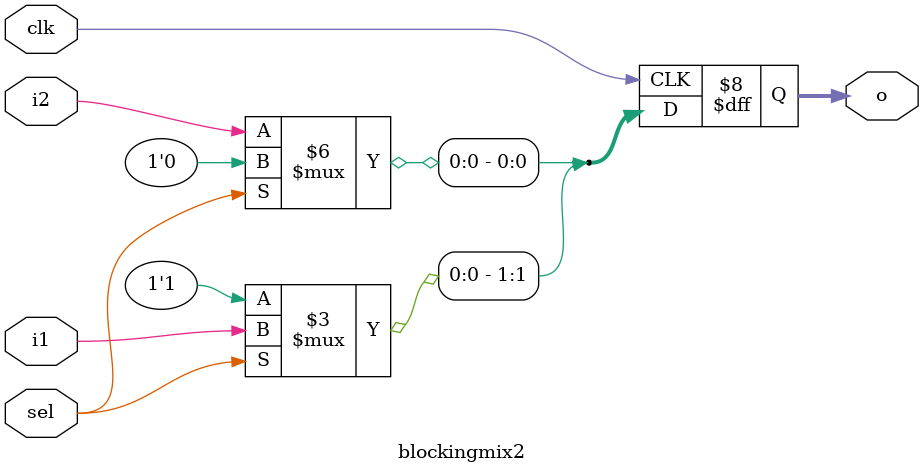
<source format=v>
module blockingmix2 (clk, sel, i1, i2, o);

  input              clk, sel, i1, i2;
  output reg  [1:0]  o;
  
  always @ (posedge clk)
  begin
    if (sel) begin
      o[0] = 1'b0;
      o[1] <= i1;
    end
    else begin
      o[0] = i2;
      o[1] <= 1'b1;
    end
  end

endmodule

</source>
